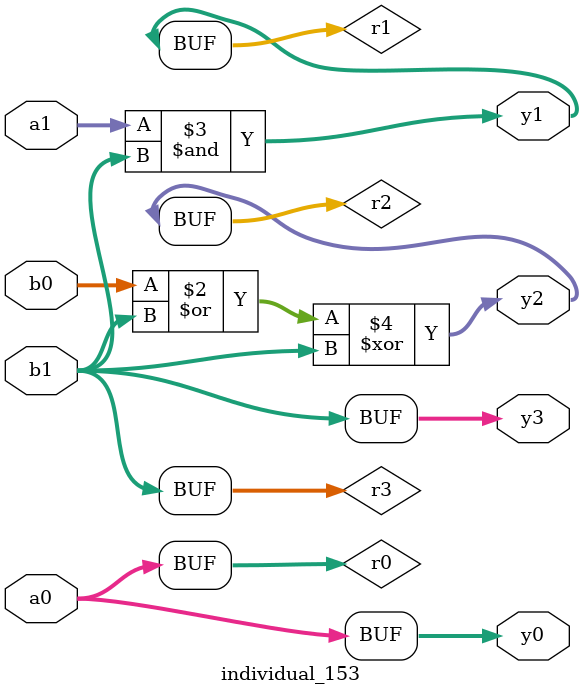
<source format=sv>
module individual_153(input logic [15:0] a1, input logic [15:0] a0, input logic [15:0] b1, input logic [15:0] b0, output logic [15:0] y3, output logic [15:0] y2, output logic [15:0] y1, output logic [15:0] y0);
logic [15:0] r0, r1, r2, r3; 
 always@(*) begin 
	 r0 = a0; r1 = a1; r2 = b0; r3 = b1; 
 	 r2  |=  r3 ;
 	 r1  &=  b1 ;
 	 r2  ^=  b1 ;
 	 y3 = r3; y2 = r2; y1 = r1; y0 = r0; 
end
endmodule
</source>
